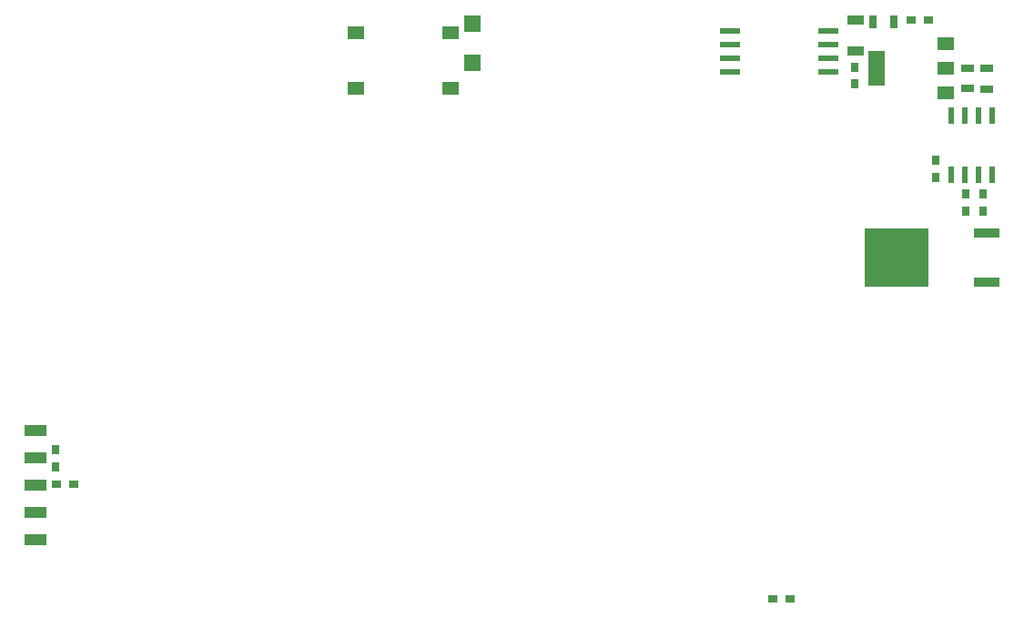
<source format=gbp>
G04*
G04 #@! TF.GenerationSoftware,Altium Limited,Altium Designer,23.5.1 (21)*
G04*
G04 Layer_Color=128*
%FSLAX25Y25*%
%MOIN*%
G70*
G04*
G04 #@! TF.SameCoordinates,AFD14176-74B1-4AA8-BEBF-F55300C3C1FD*
G04*
G04*
G04 #@! TF.FilePolarity,Positive*
G04*
G01*
G75*
%ADD15R,0.03100X0.03800*%
%ADD17R,0.02756X0.05118*%
%ADD18R,0.03800X0.03100*%
%ADD21R,0.05118X0.02756*%
%ADD49R,0.07874X0.04331*%
%ADD50R,0.01968X0.05906*%
%ADD51R,0.23300X0.21700*%
%ADD52R,0.09800X0.03700*%
%ADD53R,0.07600X0.02100*%
%ADD54R,0.06299X0.12992*%
%ADD55R,0.06299X0.04724*%
%ADD56R,0.06299X0.03543*%
%ADD57R,0.06102X0.04724*%
%ADD58R,0.06299X0.06299*%
D15*
X439764Y461417D02*
D03*
Y467717D02*
D03*
X762205Y567322D02*
D03*
Y573622D02*
D03*
X773228Y555118D02*
D03*
Y561418D02*
D03*
X779528Y555118D02*
D03*
Y561418D02*
D03*
X732283Y607875D02*
D03*
Y601575D02*
D03*
D17*
X746654Y624409D02*
D03*
X739173D02*
D03*
D18*
X446457Y455118D02*
D03*
X440157D02*
D03*
X753149Y625197D02*
D03*
X759449D02*
D03*
X702362Y412992D02*
D03*
X708662D02*
D03*
D21*
X773622Y600000D02*
D03*
Y607480D02*
D03*
X780709Y599803D02*
D03*
Y607283D02*
D03*
D49*
X432283Y474882D02*
D03*
Y464882D02*
D03*
Y454882D02*
D03*
Y444882D02*
D03*
Y434882D02*
D03*
D50*
X767697Y568307D02*
D03*
X772697D02*
D03*
X777697D02*
D03*
X782697D02*
D03*
Y589961D02*
D03*
X777697D02*
D03*
X772697D02*
D03*
X767697D02*
D03*
D51*
X747759Y538134D02*
D03*
D52*
X780709Y529134D02*
D03*
Y547134D02*
D03*
D53*
X722624Y620886D02*
D03*
Y615886D02*
D03*
Y610886D02*
D03*
Y605886D02*
D03*
X686824D02*
D03*
Y610886D02*
D03*
Y615886D02*
D03*
Y620886D02*
D03*
D54*
X740551Y607480D02*
D03*
D55*
X765748Y598425D02*
D03*
Y607480D02*
D03*
Y616535D02*
D03*
D56*
X732677Y625000D02*
D03*
Y613583D02*
D03*
D57*
X549606Y599980D02*
D03*
Y620492D02*
D03*
X584252Y599980D02*
D03*
Y620492D02*
D03*
D58*
X592520Y609449D02*
D03*
Y623622D02*
D03*
M02*

</source>
